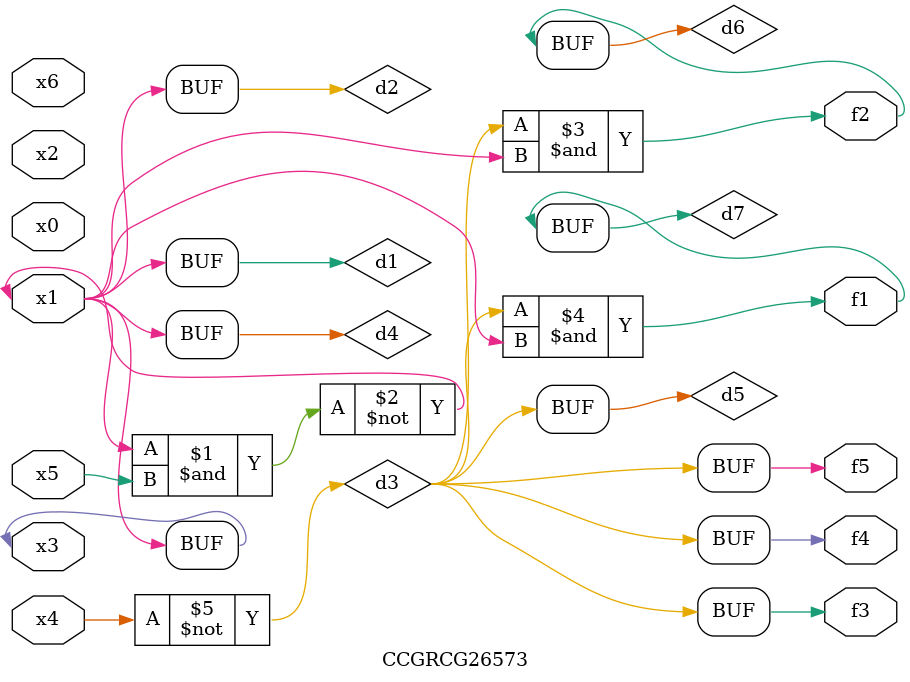
<source format=v>
module CCGRCG26573(
	input x0, x1, x2, x3, x4, x5, x6,
	output f1, f2, f3, f4, f5
);

	wire d1, d2, d3, d4, d5, d6, d7;

	buf (d1, x1, x3);
	nand (d2, x1, x5);
	not (d3, x4);
	buf (d4, d1, d2);
	buf (d5, d3);
	and (d6, d3, d4);
	and (d7, d3, d4);
	assign f1 = d7;
	assign f2 = d6;
	assign f3 = d5;
	assign f4 = d5;
	assign f5 = d5;
endmodule

</source>
